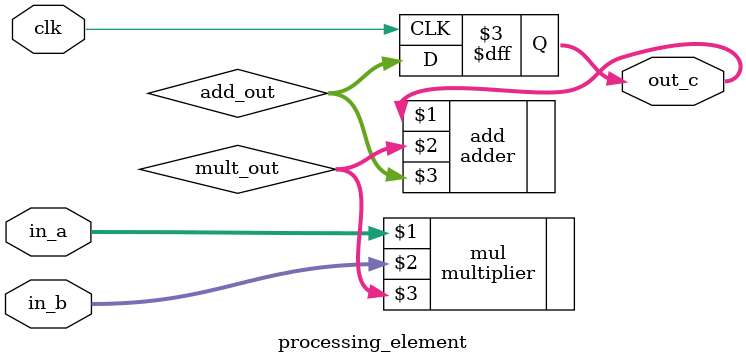
<source format=v>
`timescale 1ns / 1ps


module processing_element(
    input wire clk,
    input wire [31:0] in_a,
    input wire [31:0] in_b,
    output reg [31:0] out_c
);

  wire [31:0] mult_out, add_out;
  multiplier mul(in_a, in_b, mult_out);
  adder add(out_c, mult_out, add_out);

  always @(posedge clk) begin
    out_c <= add_out;
  end

  initial begin
    out_c = 32'b00000000000000000000000000000000;
  end

endmodule
</source>
